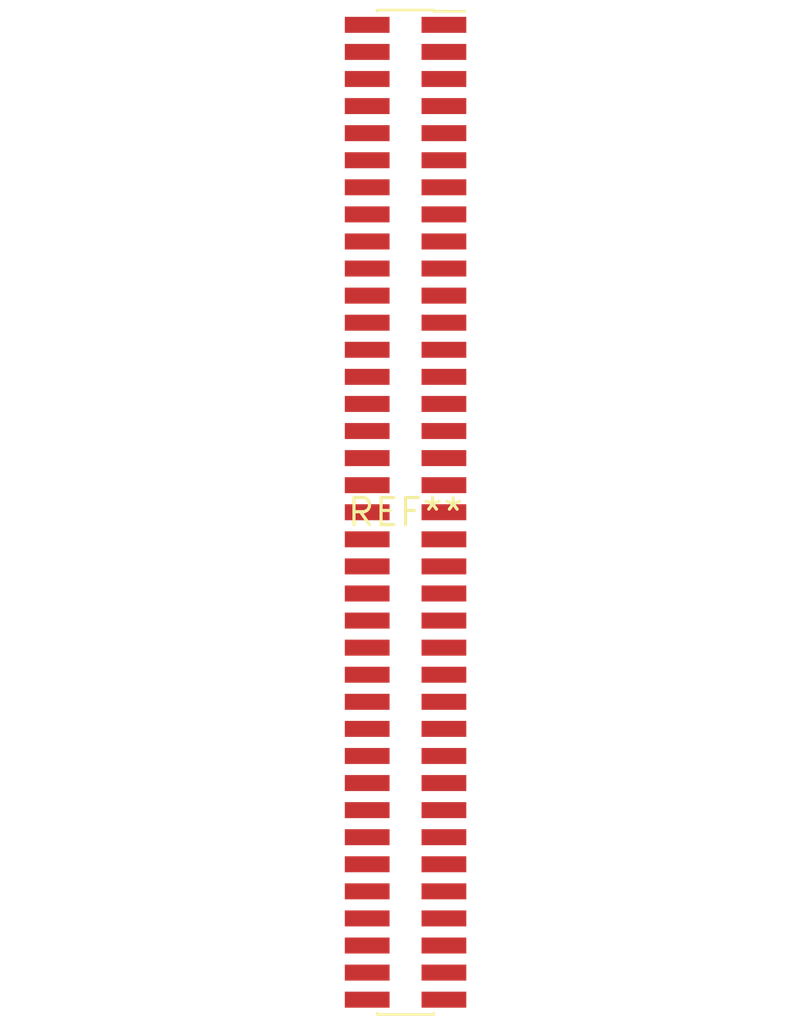
<source format=kicad_pcb>
(kicad_pcb (version 20240108) (generator pcbnew)
  (layers (0 "F.Cu" signal) (31 "B.Cu" signal) (34 "B.Paste" user) (35 "F.Paste" user) (36 "B.SilkS" user "B.Silkscreen") (37 "F.SilkS" user "F.Silkscreen") (38 "B.Mask" user) (39 "F.Mask" user) (44 "Edge.Cuts" user))
  (net 0 "")
  (footprint "PinSocket_2x37_P1.27mm_Vertical_SMD" (layer "F.Cu") (at 0 0)
    (property "Reference" "REF**")
    (property "Value" "PinSocket_2x37_P1.27mm_Vertical_SMD")
    (fp_line (start -1.33 -23.555) (end -1.33 -23.495) (layer "F.SilkS") (stroke (width 0.12)))
    (fp_line (start -1.33 -23.555) (end 1.33 -23.555) (layer "F.SilkS") (stroke (width 0.12)))
    (fp_line (start -1.33 23.495) (end -1.33 23.555) (layer "F.SilkS") (stroke (width 0.12)))
    (fp_line (start -1.33 23.555) (end 1.33 23.555) (layer "F.SilkS") (stroke (width 0.12)))
    (fp_line (start 1.33 -23.555) (end 1.33 -23.495) (layer "F.SilkS") (stroke (width 0.12)))
    (fp_line (start 1.33 -23.495) (end 2.79 -23.495) (layer "F.SilkS") (stroke (width 0.12)))
    (fp_line (start 1.33 23.495) (end 1.33 23.555) (layer "F.SilkS") (stroke (width 0.12)))
    (pad "1" smd rect (at 1.8 -22.86) (size 2.1 0.75) (layers "F.Cu" "F.Paste" "F.Mask"))
    (pad "2" smd rect (at -1.8 -22.86) (size 2.1 0.75) (layers "F.Cu" "F.Paste" "F.Mask"))
    (pad "3" smd rect (at 1.8 -21.59) (size 2.1 0.75) (layers "F.Cu" "F.Paste" "F.Mask"))
    (pad "4" smd rect (at -1.8 -21.59) (size 2.1 0.75) (layers "F.Cu" "F.Paste" "F.Mask"))
    (pad "5" smd rect (at 1.8 -20.32) (size 2.1 0.75) (layers "F.Cu" "F.Paste" "F.Mask"))
    (pad "6" smd rect (at -1.8 -20.32) (size 2.1 0.75) (layers "F.Cu" "F.Paste" "F.Mask"))
    (pad "7" smd rect (at 1.8 -19.05) (size 2.1 0.75) (layers "F.Cu" "F.Paste" "F.Mask"))
    (pad "8" smd rect (at -1.8 -19.05) (size 2.1 0.75) (layers "F.Cu" "F.Paste" "F.Mask"))
    (pad "9" smd rect (at 1.8 -17.78) (size 2.1 0.75) (layers "F.Cu" "F.Paste" "F.Mask"))
    (pad "10" smd rect (at -1.8 -17.78) (size 2.1 0.75) (layers "F.Cu" "F.Paste" "F.Mask"))
    (pad "11" smd rect (at 1.8 -16.51) (size 2.1 0.75) (layers "F.Cu" "F.Paste" "F.Mask"))
    (pad "12" smd rect (at -1.8 -16.51) (size 2.1 0.75) (layers "F.Cu" "F.Paste" "F.Mask"))
    (pad "13" smd rect (at 1.8 -15.24) (size 2.1 0.75) (layers "F.Cu" "F.Paste" "F.Mask"))
    (pad "14" smd rect (at -1.8 -15.24) (size 2.1 0.75) (layers "F.Cu" "F.Paste" "F.Mask"))
    (pad "15" smd rect (at 1.8 -13.97) (size 2.1 0.75) (layers "F.Cu" "F.Paste" "F.Mask"))
    (pad "16" smd rect (at -1.8 -13.97) (size 2.1 0.75) (layers "F.Cu" "F.Paste" "F.Mask"))
    (pad "17" smd rect (at 1.8 -12.7) (size 2.1 0.75) (layers "F.Cu" "F.Paste" "F.Mask"))
    (pad "18" smd rect (at -1.8 -12.7) (size 2.1 0.75) (layers "F.Cu" "F.Paste" "F.Mask"))
    (pad "19" smd rect (at 1.8 -11.43) (size 2.1 0.75) (layers "F.Cu" "F.Paste" "F.Mask"))
    (pad "20" smd rect (at -1.8 -11.43) (size 2.1 0.75) (layers "F.Cu" "F.Paste" "F.Mask"))
    (pad "21" smd rect (at 1.8 -10.16) (size 2.1 0.75) (layers "F.Cu" "F.Paste" "F.Mask"))
    (pad "22" smd rect (at -1.8 -10.16) (size 2.1 0.75) (layers "F.Cu" "F.Paste" "F.Mask"))
    (pad "23" smd rect (at 1.8 -8.89) (size 2.1 0.75) (layers "F.Cu" "F.Paste" "F.Mask"))
    (pad "24" smd rect (at -1.8 -8.89) (size 2.1 0.75) (layers "F.Cu" "F.Paste" "F.Mask"))
    (pad "25" smd rect (at 1.8 -7.62) (size 2.1 0.75) (layers "F.Cu" "F.Paste" "F.Mask"))
    (pad "26" smd rect (at -1.8 -7.62) (size 2.1 0.75) (layers "F.Cu" "F.Paste" "F.Mask"))
    (pad "27" smd rect (at 1.8 -6.35) (size 2.1 0.75) (layers "F.Cu" "F.Paste" "F.Mask"))
    (pad "28" smd rect (at -1.8 -6.35) (size 2.1 0.75) (layers "F.Cu" "F.Paste" "F.Mask"))
    (pad "29" smd rect (at 1.8 -5.08) (size 2.1 0.75) (layers "F.Cu" "F.Paste" "F.Mask"))
    (pad "30" smd rect (at -1.8 -5.08) (size 2.1 0.75) (layers "F.Cu" "F.Paste" "F.Mask"))
    (pad "31" smd rect (at 1.8 -3.81) (size 2.1 0.75) (layers "F.Cu" "F.Paste" "F.Mask"))
    (pad "32" smd rect (at -1.8 -3.81) (size 2.1 0.75) (layers "F.Cu" "F.Paste" "F.Mask"))
    (pad "33" smd rect (at 1.8 -2.54) (size 2.1 0.75) (layers "F.Cu" "F.Paste" "F.Mask"))
    (pad "34" smd rect (at -1.8 -2.54) (size 2.1 0.75) (layers "F.Cu" "F.Paste" "F.Mask"))
    (pad "35" smd rect (at 1.8 -1.27) (size 2.1 0.75) (layers "F.Cu" "F.Paste" "F.Mask"))
    (pad "36" smd rect (at -1.8 -1.27) (size 2.1 0.75) (layers "F.Cu" "F.Paste" "F.Mask"))
    (pad "37" smd rect (at 1.8 0) (size 2.1 0.75) (layers "F.Cu" "F.Paste" "F.Mask"))
    (pad "38" smd rect (at -1.8 0) (size 2.1 0.75) (layers "F.Cu" "F.Paste" "F.Mask"))
    (pad "39" smd rect (at 1.8 1.27) (size 2.1 0.75) (layers "F.Cu" "F.Paste" "F.Mask"))
    (pad "40" smd rect (at -1.8 1.27) (size 2.1 0.75) (layers "F.Cu" "F.Paste" "F.Mask"))
    (pad "41" smd rect (at 1.8 2.54) (size 2.1 0.75) (layers "F.Cu" "F.Paste" "F.Mask"))
    (pad "42" smd rect (at -1.8 2.54) (size 2.1 0.75) (layers "F.Cu" "F.Paste" "F.Mask"))
    (pad "43" smd rect (at 1.8 3.81) (size 2.1 0.75) (layers "F.Cu" "F.Paste" "F.Mask"))
    (pad "44" smd rect (at -1.8 3.81) (size 2.1 0.75) (layers "F.Cu" "F.Paste" "F.Mask"))
    (pad "45" smd rect (at 1.8 5.08) (size 2.1 0.75) (layers "F.Cu" "F.Paste" "F.Mask"))
    (pad "46" smd rect (at -1.8 5.08) (size 2.1 0.75) (layers "F.Cu" "F.Paste" "F.Mask"))
    (pad "47" smd rect (at 1.8 6.35) (size 2.1 0.75) (layers "F.Cu" "F.Paste" "F.Mask"))
    (pad "48" smd rect (at -1.8 6.35) (size 2.1 0.75) (layers "F.Cu" "F.Paste" "F.Mask"))
    (pad "49" smd rect (at 1.8 7.62) (size 2.1 0.75) (layers "F.Cu" "F.Paste" "F.Mask"))
    (pad "50" smd rect (at -1.8 7.62) (size 2.1 0.75) (layers "F.Cu" "F.Paste" "F.Mask"))
    (pad "51" smd rect (at 1.8 8.89) (size 2.1 0.75) (layers "F.Cu" "F.Paste" "F.Mask"))
    (pad "52" smd rect (at -1.8 8.89) (size 2.1 0.75) (layers "F.Cu" "F.Paste" "F.Mask"))
    (pad "53" smd rect (at 1.8 10.16) (size 2.1 0.75) (layers "F.Cu" "F.Paste" "F.Mask"))
    (pad "54" smd rect (at -1.8 10.16) (size 2.1 0.75) (layers "F.Cu" "F.Paste" "F.Mask"))
    (pad "55" smd rect (at 1.8 11.43) (size 2.1 0.75) (layers "F.Cu" "F.Paste" "F.Mask"))
    (pad "56" smd rect (at -1.8 11.43) (size 2.1 0.75) (layers "F.Cu" "F.Paste" "F.Mask"))
    (pad "57" smd rect (at 1.8 12.7) (size 2.1 0.75) (layers "F.Cu" "F.Paste" "F.Mask"))
    (pad "58" smd rect (at -1.8 12.7) (size 2.1 0.75) (layers "F.Cu" "F.Paste" "F.Mask"))
    (pad "59" smd rect (at 1.8 13.97) (size 2.1 0.75) (layers "F.Cu" "F.Paste" "F.Mask"))
    (pad "60" smd rect (at -1.8 13.97) (size 2.1 0.75) (layers "F.Cu" "F.Paste" "F.Mask"))
    (pad "61" smd rect (at 1.8 15.24) (size 2.1 0.75) (layers "F.Cu" "F.Paste" "F.Mask"))
    (pad "62" smd rect (at -1.8 15.24) (size 2.1 0.75) (layers "F.Cu" "F.Paste" "F.Mask"))
    (pad "63" smd rect (at 1.8 16.51) (size 2.1 0.75) (layers "F.Cu" "F.Paste" "F.Mask"))
    (pad "64" smd rect (at -1.8 16.51) (size 2.1 0.75) (layers "F.Cu" "F.Paste" "F.Mask"))
    (pad "65" smd rect (at 1.8 17.78) (size 2.1 0.75) (layers "F.Cu" "F.Paste" "F.Mask"))
    (pad "66" smd rect (at -1.8 17.78) (size 2.1 0.75) (layers "F.Cu" "F.Paste" "F.Mask"))
    (pad "67" smd rect (at 1.8 19.05) (size 2.1 0.75) (layers "F.Cu" "F.Paste" "F.Mask"))
    (pad "68" smd rect (at -1.8 19.05) (size 2.1 0.75) (layers "F.Cu" "F.Paste" "F.Mask"))
    (pad "69" smd rect (at 1.8 20.32) (size 2.1 0.75) (layers "F.Cu" "F.Paste" "F.Mask"))
    (pad "70" smd rect (at -1.8 20.32) (size 2.1 0.75) (layers "F.Cu" "F.Paste" "F.Mask"))
    (pad "71" smd rect (at 1.8 21.59) (size 2.1 0.75) (layers "F.Cu" "F.Paste" "F.Mask"))
    (pad "72" smd rect (at -1.8 21.59) (size 2.1 0.75) (layers "F.Cu" "F.Paste" "F.Mask"))
    (pad "73" smd rect (at 1.8 22.86) (size 2.1 0.75) (layers "F.Cu" "F.Paste" "F.Mask"))
    (pad "74" smd rect (at -1.8 22.86) (size 2.1 0.75) (layers "F.Cu" "F.Paste" "F.Mask"))
  )
)
</source>
